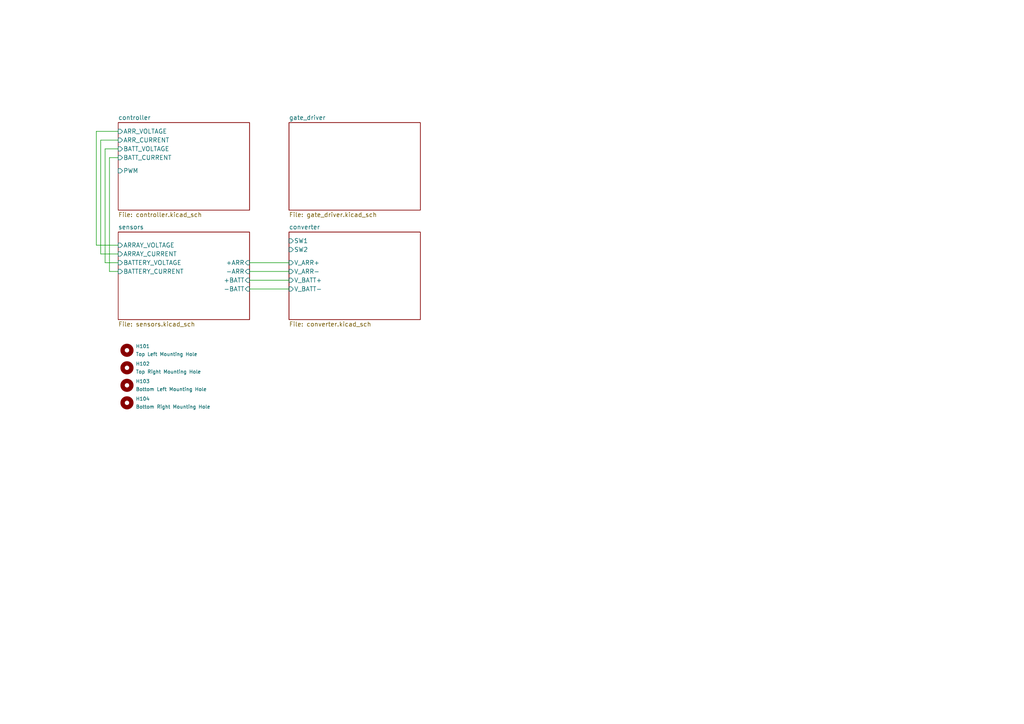
<source format=kicad_sch>
(kicad_sch (version 20230121) (generator eeschema)
  (paper "A4")
  (title_block (title "MPPT") (date "2023-01-30") (rev "v0.0.0") (comment 1 "Nishant Gupta") (comment 2 "Jacob Pustilnik") (comment 3 "Matthew Yu"))
  (lib_symbols
    (symbol "Mechanical:MountingHole" (pin_names (offset 1.016))
      (property "Reference" "H" (at 0 5.08 0))
      (property "Value" "MountingHole" (at 0 3.175 0))
      (symbol "MountingHole_0_1"
        (circle (center 0 0) (radius 1.27) (stroke (width 1.27)))
      )
    )
  )
  (wire (pts (xy 34.29 45.72) (xy 31.75 45.72)))
  (wire (pts (xy 29.21 40.64) (xy 29.21 73.66)))
  (wire (pts (xy 34.29 40.64) (xy 29.21 40.64)))
  (wire (pts (xy 72.39 78.74) (xy 83.82 78.74)))
  (wire (pts (xy 27.94 71.12) (xy 27.94 38.1)))
  (wire (pts (xy 31.75 45.72) (xy 31.75 78.74)))
  (wire (pts (xy 31.75 78.74) (xy 34.29 78.74)))
  (wire (pts (xy 72.39 83.82) (xy 83.82 83.82)))
  (wire (pts (xy 30.48 43.18) (xy 30.48 76.2)))
  (wire (pts (xy 30.48 76.2) (xy 34.29 76.2)))
  (wire (pts (xy 72.39 76.2) (xy 83.82 76.2)))
  (wire (pts (xy 29.21 73.66) (xy 34.29 73.66)))
  (wire (pts (xy 72.39 81.28) (xy 83.82 81.28)))
  (wire (pts (xy 27.94 38.1) (xy 34.29 38.1)))
  (wire (pts (xy 34.29 71.12) (xy 27.94 71.12)))
  (wire (pts (xy 34.29 43.18) (xy 30.48 43.18)))
  (symbol (lib_id "Mechanical:MountingHole") (at 36.83 101.6 0) (unit 1)
    (property "Reference" "H101" (at 39.37 100.4316 0) (effects (font (size 1 1)) (justify left)))
    (property "Value" "Top Left Mounting Hole" (at 39.37 102.743 0) (effects (font (size 1 1)) (justify left)))
    (property "Footprint" "MountingHole:MountingHole_2.2mm_M2" (effects hide))
  )
  (symbol (lib_id "Mechanical:MountingHole") (at 36.83 111.76 0) (unit 1)
    (property "Reference" "H103" (at 39.37 110.5916 0) (effects (font (size 1 1)) (justify left)))
    (property "Value" "Bottom Left Mounting Hole" (at 39.37 112.903 0) (effects (font (size 1 1)) (justify left)))
    (property "Footprint" "MountingHole:MountingHole_2.2mm_M2" (effects hide))
  )
  (symbol (lib_id "Mechanical:MountingHole") (at 36.83 106.68 0) (unit 1)
    (property "Reference" "H102" (at 39.37 105.5116 0) (effects (font (size 1 1)) (justify left)))
    (property "Value" "Top Right Mounting Hole" (at 39.37 107.823 0) (effects (font (size 1 1)) (justify left)))
    (property "Footprint" "MountingHole:MountingHole_2.2mm_M2" (effects hide))
  )
  (symbol (lib_id "Mechanical:MountingHole") (at 36.83 116.84 0) (unit 1)
    (property "Reference" "H104" (at 39.37 115.6716 0) (effects (font (size 1 1)) (justify left)))
    (property "Value" "Bottom Right Mounting Hole" (at 39.37 117.983 0) (effects (font (size 1 1)) (justify left)))
    (property "Footprint" "MountingHole:MountingHole_2.2mm_M2" (effects hide))
  )
  (sheet (at 34.29 35.56) (size 38.1 25.4) (stroke (width 0.1524))
    (property "Sheetname" "controller" (at 34.29 34.8484 0) (effects (justify left bottom)))
    (property "Sheetfile" "controller.kicad_sch" (at 34.29 61.5446 0) (effects (justify left top)))
    (pin "BATT_CURRENT" input (at 34.29 45.72 180))
    (pin "BATT_VOLTAGE" input (at 34.29 43.18 180))
    (pin "ARR_VOLTAGE" input (at 34.29 38.1 180))
    (pin "ARR_CURRENT" input (at 34.29 40.64 180))
    (pin "PWM" input (at 34.29 49.53 180))
  )
  (sheet (at 34.29 67.31) (size 38.1 25.4) (stroke (width 0.1524))
    (property "Sheetname" "sensors" (at 34.29 66.5984 0) (effects (justify left bottom)))
    (property "Sheetfile" "sensors.kicad_sch" (at 34.29 93.2946 0) (effects (justify left top)))
    (pin "ARRAY_CURRENT" input (at 34.29 73.66 180))
    (pin "-ARR" input (at 72.39 78.74 0))
    (pin "+ARR" input (at 72.39 76.2 0))
    (pin "ARRAY_VOLTAGE" input (at 34.29 71.12 180))
    (pin "-BATT" input (at 72.39 83.82 0))
    (pin "BATTERY_CURRENT" input (at 34.29 78.74 180))
    (pin "BATTERY_VOLTAGE" input (at 34.29 76.2 180))
    (pin "+BATT" input (at 72.39 81.28 0))
  )
  (sheet (at 83.82 67.31) (size 38.1 25.4) (stroke (width 0.1524))
    (property "Sheetname" "converter" (at 83.82 66.5984 0) (effects (justify left bottom)))
    (property "Sheetfile" "converter.kicad_sch" (at 83.82 93.2946 0) (effects (justify left top)))
    (pin "SW1" input (at 83.82 69.85 180))
    (pin "SW2" input (at 83.82 72.39 180))
    (pin "V_ARR+" input (at 83.82 76.2 180))
    (pin "V_ARR-" input (at 83.82 78.74 180))
    (pin "V_BATT+" input (at 83.82 81.28 180))
    (pin "V_BATT-" input (at 83.82 83.82 180))
  )
  (sheet (at 83.82 35.56) (size 38.1 25.4) (stroke (width 0.1524))
    (property "Sheetname" "gate_driver" (at 83.82 34.8484 0) (effects (justify left bottom)))
    (property "Sheetfile" "gate_driver.kicad_sch" (at 83.82 61.5446 0) (effects (justify left top)))
  )
)
</source>
